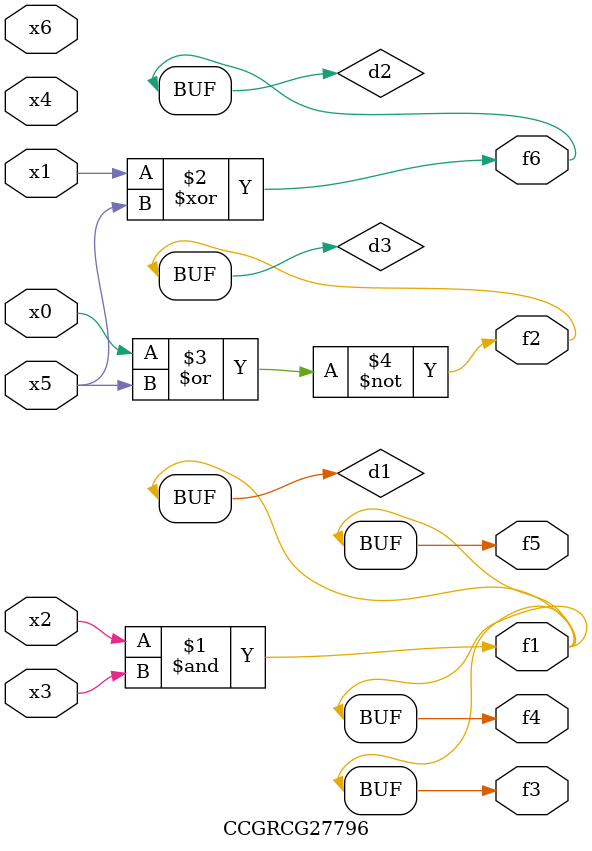
<source format=v>
module CCGRCG27796(
	input x0, x1, x2, x3, x4, x5, x6,
	output f1, f2, f3, f4, f5, f6
);

	wire d1, d2, d3;

	and (d1, x2, x3);
	xor (d2, x1, x5);
	nor (d3, x0, x5);
	assign f1 = d1;
	assign f2 = d3;
	assign f3 = d1;
	assign f4 = d1;
	assign f5 = d1;
	assign f6 = d2;
endmodule

</source>
